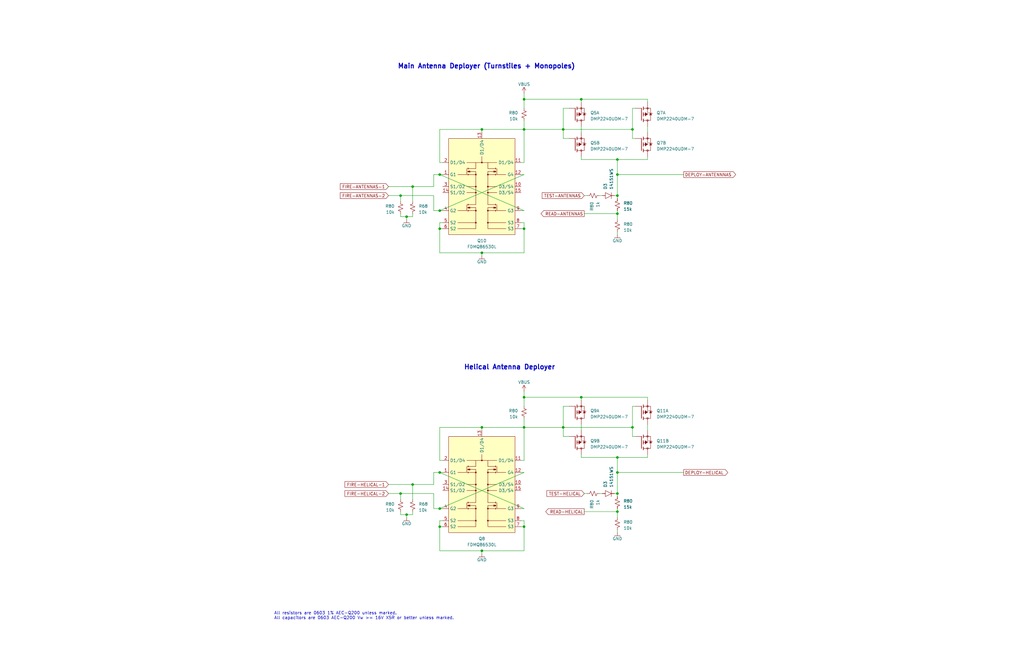
<source format=kicad_sch>
(kicad_sch (version 20230121) (generator eeschema)
  (paper "B")
  (title_block (title "OreSat C3: Deployers") (date "2023-05-29") (rev "6.0"))
  (lib_symbols
    (symbol "Device:R_Small_US" (pin_numbers hide) (pin_names (offset 0.254) hide)
      (property "Reference" "R" (at 0.762 0.508 0))
      (property "Value" "R_Small_US" (at 0.762 -1.016 0))
      (symbol "R_Small_US_1_1"
        (polyline (pts (xy 0 0) (xy 1.016 -0.381) (xy 0 -0.762) (xy -1.016 -1.143) (xy 0 -1.524)))
        (polyline (pts (xy 0 1.524) (xy 1.016 1.143) (xy 0 0.762) (xy -1.016 0.381) (xy 0 0)))
        (pin passive line (at 0 2.54 270) (length 1.016) (name "~") (number "1"))
        (pin passive line (at 0 -2.54 90) (length 1.016) (name "~") (number "2"))
      )
    )
    (symbol "OreSat-Power:GND" (power) (pin_names (offset 0))
      (property "Value" "GND" (at 0 -2.54 0))
      (symbol "GND_0_1"
        (polyline (pts (xy 0 0) (xy 0 -1.27) (xy 1.27 -1.27) (xy 0 -1.27) (xy -1.27 -1.27) (xy 0 -1.27)))
      )
      (symbol "GND_1_1"
        (pin power_in line (at 0 0 270) (length 0) hide (name "GND") (number "1"))
      )
    )
    (symbol "oresat-diodes:1N4151WS-HE3" (pin_numbers hide) (pin_names (offset 0) hide)
      (property "Reference" "D" (at 0 2.54 0))
      (property "Value" "1N4151WS" (at 0 -2.54 0))
      (symbol "1N4151WS-HE3_0_1"
        (polyline (pts (xy 1.27 0) (xy 1.27 1.27) (xy 1.27 -1.27) (xy 1.27 0) (xy -1.27 1.27) (xy -1.27 -1.27) (xy 1.27 0)))
      )
      (symbol "1N4151WS-HE3_1_1"
        (pin passive line (at 2.54 0 180) (length 1.27) (name "1") (number ""))
        (pin passive line (at -2.54 0 0) (length 1.27) (name "2") (number ""))
      )
    )
    (symbol "oresat-transistors:DMP2240UDM-7"
      (property "Reference" "Q" (at 5.08 -2.54 0))
      (property "Value" "DMP2240UDM-7" (at 5.08 -6.35 0))
      (symbol "DMP2240UDM-7_1_0"
        (polyline (pts (xy 0 -2.54) (xy 0 2.54)) (stroke (width 0.254)))
        (polyline (pts (xy 0.762 -3.175) (xy 0.762 -2.54)) (stroke (width 0.254)))
        (polyline (pts (xy 0.762 -2.54) (xy 0.762 -1.905)) (stroke (width 0.254)))
        (polyline (pts (xy 0.762 -2.54) (xy 3.81 -2.54)) (stroke (width 0.1524)))
        (polyline (pts (xy 0.762 -0.762) (xy 0.762 0)) (stroke (width 0.254)))
        (polyline (pts (xy 0.762 0) (xy 0.762 0.762)) (stroke (width 0.254)))
        (polyline (pts (xy 0.762 0) (xy 2.54 0)) (stroke (width 0.1524)))
        (polyline (pts (xy 0.762 1.905) (xy 0.762 2.54)) (stroke (width 0.254)))
        (polyline (pts (xy 0.762 2.54) (xy 0.762 3.175)) (stroke (width 0.254)))
        (polyline (pts (xy 2.54 0) (xy 2.54 2.54)) (stroke (width 0.1524)))
        (polyline (pts (xy 2.54 2.54) (xy 0.762 2.54)) (stroke (width 0.1524)))
        (polyline (pts (xy 2.54 2.54) (xy 3.81 2.54)) (stroke (width 0.1524)))
        (polyline (pts (xy 3.048 0.762) (xy 3.302 0.508)) (stroke (width 0.1524)))
        (polyline (pts (xy 3.302 0.508) (xy 3.81 0.508)) (stroke (width 0.1524)))
        (polyline (pts (xy 3.81 -2.54) (xy 3.81 0.508)) (stroke (width 0.1524)))
        (polyline (pts (xy 3.81 0.508) (xy 3.81 2.54)) (stroke (width 0.1524)))
        (polyline (pts (xy 3.81 0.508) (xy 4.318 0.508)) (stroke (width 0.1524)))
        (polyline (pts (xy 4.318 0.508) (xy 4.572 0.254)) (stroke (width 0.1524)))
        (polyline (pts (xy 2.54 0) (xy 1.524 0.762) (xy 1.524 -0.762)) (fill (type outline)))
        (polyline (pts (xy 3.81 0.508) (xy 4.318 -0.254) (xy 3.302 -0.254)) (fill (type outline)))
        (circle (center 2.54 -2.54) (radius 0.3592))
        (circle (center 2.54 2.54) (radius 0.3592))
        (pin passive line (at -2.54 2.54 0) (length 2.54) (name "G") (number "1"))
        (pin passive line (at 2.54 5.08 270) (length 2.54) (name "S") (number "5"))
        (pin passive line (at 2.54 -5.08 90) (length 2.54) (name "D") (number "6"))
      )
      (symbol "DMP2240UDM-7_2_0"
        (polyline (pts (xy 0 -2.54) (xy 0 2.54)) (stroke (width 0.254)))
        (polyline (pts (xy 0.762 -3.175) (xy 0.762 -2.54)) (stroke (width 0.254)))
        (polyline (pts (xy 0.762 -2.54) (xy 0.762 -1.905)) (stroke (width 0.254)))
        (polyline (pts (xy 0.762 -2.54) (xy 3.81 -2.54)) (stroke (width 0.1524)))
        (polyline (pts (xy 0.762 -0.762) (xy 0.762 0)) (stroke (width 0.254)))
        (polyline (pts (xy 0.762 0) (xy 0.762 0.762)) (stroke (width 0.254)))
        (polyline (pts (xy 0.762 0) (xy 2.54 0)) (stroke (width 0.1524)))
        (polyline (pts (xy 0.762 1.905) (xy 0.762 2.54)) (stroke (width 0.254)))
        (polyline (pts (xy 0.762 2.54) (xy 0.762 3.175)) (stroke (width 0.254)))
        (polyline (pts (xy 2.54 0) (xy 2.54 2.54)) (stroke (width 0.1524)))
        (polyline (pts (xy 2.54 2.54) (xy 0.762 2.54)) (stroke (width 0.1524)))
        (polyline (pts (xy 2.54 2.54) (xy 3.81 2.54)) (stroke (width 0.1524)))
        (polyline (pts (xy 3.048 0.762) (xy 3.302 0.508)) (stroke (width 0.1524)))
        (polyline (pts (xy 3.302 0.508) (xy 3.81 0.508)) (stroke (width 0.1524)))
        (polyline (pts (xy 3.81 -2.54) (xy 3.81 0.508)) (stroke (width 0.1524)))
        (polyline (pts (xy 3.81 0.508) (xy 3.81 2.54)) (stroke (width 0.1524)))
        (polyline (pts (xy 3.81 0.508) (xy 4.318 0.508)) (stroke (width 0.1524)))
        (polyline (pts (xy 4.318 0.508) (xy 4.572 0.254)) (stroke (width 0.1524)))
        (polyline (pts (xy 2.54 0) (xy 1.524 0.762) (xy 1.524 -0.762)) (fill (type outline)))
        (polyline (pts (xy 3.81 0.508) (xy 4.318 -0.254) (xy 3.302 -0.254)) (fill (type outline)))
        (circle (center 2.54 -2.54) (radius 0.3592))
        (circle (center 2.54 2.54) (radius 0.3592))
        (pin passive line (at 2.54 5.08 270) (length 2.54) (name "S") (number "2"))
        (pin passive line (at -2.54 2.54 0) (length 2.54) (name "G") (number "3"))
        (pin passive line (at 2.54 -5.08 90) (length 2.54) (name "D") (number "4"))
      )
    )
    (symbol "oresat-transistors:FDMQ86530L"
      (property "Reference" "Q" (at 0 -21.59 0))
      (property "Value" "FDMQ86530L" (at 0 -24.13 0))
      (symbol "FDMQ86530L_1_0"
        (circle (center -2.54 -15.24) (radius 0.254) (fill (type outline)))
        (circle (center -2.54 -10.16) (radius 0.254) (fill (type outline)))
        (circle (center -2.54 -2.54) (radius 0.254) (fill (type outline)))
        (circle (center -2.54 0) (radius 0.254) (fill (type outline)))
        (circle (center -2.54 5.08) (radius 0.254) (fill (type outline)))
        (polyline (pts (xy -6.35 -10.16) (xy -10.16 -10.16)))
        (polyline (pts (xy -6.35 -10.16) (xy -6.35 -7.62)))
        (polyline (pts (xy -6.35 5.08) (xy -10.16 5.08)))
        (polyline (pts (xy -6.35 5.08) (xy -6.35 7.62)))
        (polyline (pts (xy -5.842 -10.414) (xy -5.842 -10.16)) (stroke (width 0.254)))
        (polyline (pts (xy -5.842 -10.16) (xy -5.842 -9.906)) (stroke (width 0.254)))
        (polyline (pts (xy -5.842 -8.89) (xy -5.842 -9.144)) (stroke (width 0.254)))
        (polyline (pts (xy -5.842 -8.89) (xy -5.842 -8.636)) (stroke (width 0.254)))
        (polyline (pts (xy -5.842 -8.89) (xy -5.08 -8.636)) (stroke (width 0.254)))
        (polyline (pts (xy -5.842 -8.89) (xy -2.54 -8.89)))
        (polyline (pts (xy -5.842 -7.874) (xy -5.842 -7.62)) (stroke (width 0.254)))
        (polyline (pts (xy -5.842 -7.62) (xy -5.842 -7.366)) (stroke (width 0.254)))
        (polyline (pts (xy -5.842 -7.62) (xy -2.54 -7.62)))
        (polyline (pts (xy -5.842 4.826) (xy -5.842 5.08)) (stroke (width 0.254)))
        (polyline (pts (xy -5.842 5.08) (xy -5.842 5.334)) (stroke (width 0.254)))
        (polyline (pts (xy -5.842 6.35) (xy -5.842 6.096)) (stroke (width 0.254)))
        (polyline (pts (xy -5.842 6.35) (xy -5.842 6.604)) (stroke (width 0.254)))
        (polyline (pts (xy -5.842 6.35) (xy -5.08 6.604)) (stroke (width 0.254)))
        (polyline (pts (xy -5.842 6.35) (xy -2.54 6.35)))
        (polyline (pts (xy -5.842 7.366) (xy -5.842 7.62)) (stroke (width 0.254)))
        (polyline (pts (xy -5.842 7.62) (xy -5.842 7.874)) (stroke (width 0.254)))
        (polyline (pts (xy -5.842 7.62) (xy -2.54 7.62)))
        (polyline (pts (xy -5.08 -9.144) (xy -5.842 -8.89)) (stroke (width 0.254)))
        (polyline (pts (xy -5.08 -8.636) (xy -5.08 -9.144)) (stroke (width 0.254)))
        (polyline (pts (xy -5.08 6.096) (xy -5.842 6.35)) (stroke (width 0.254)))
        (polyline (pts (xy -5.08 6.604) (xy -5.08 6.096)) (stroke (width 0.254)))
        (polyline (pts (xy -2.54 -10.16) (xy -5.842 -10.16)))
        (polyline (pts (xy -2.54 -10.16) (xy -2.54 -15.24)))
        (polyline (pts (xy -2.54 -8.89) (xy -2.54 -10.16)))
        (polyline (pts (xy -2.54 -3.81) (xy -2.54 -7.62)))
        (polyline (pts (xy -2.54 5.08) (xy -5.842 5.08)))
        (polyline (pts (xy -2.54 5.08) (xy -2.54 0)))
        (polyline (pts (xy -2.54 6.35) (xy -2.54 5.08)))
        (polyline (pts (xy -2.54 8.89) (xy -2.54 7.62)))
        (polyline (pts (xy 2.54 -10.16) (xy 2.54 -15.24)))
        (polyline (pts (xy 2.54 -10.16) (xy 5.842 -10.16)))
        (polyline (pts (xy 2.54 -8.89) (xy 2.54 -10.16)))
        (polyline (pts (xy 2.54 -3.81) (xy 2.54 -7.62)))
        (polyline (pts (xy 2.54 5.08) (xy 2.54 0)))
        (polyline (pts (xy 2.54 5.08) (xy 5.842 5.08)))
        (polyline (pts (xy 2.54 6.35) (xy 2.54 5.08)))
        (polyline (pts (xy 2.54 8.89) (xy 2.54 7.62)))
        (polyline (pts (xy 5.08 -9.144) (xy 5.842 -8.89)) (stroke (width 0.254)))
        (polyline (pts (xy 5.08 -8.636) (xy 5.08 -9.144)) (stroke (width 0.254)))
        (polyline (pts (xy 5.08 6.096) (xy 5.842 6.35)) (stroke (width 0.254)))
        (polyline (pts (xy 5.08 6.604) (xy 5.08 6.096)) (stroke (width 0.254)))
        (polyline (pts (xy 5.842 -10.414) (xy 5.842 -10.16)) (stroke (width 0.254)))
        (polyline (pts (xy 5.842 -10.16) (xy 5.842 -9.906)) (stroke (width 0.254)))
        (polyline (pts (xy 5.842 -8.89) (xy 2.54 -8.89)))
        (polyline (pts (xy 5.842 -8.89) (xy 5.08 -8.636)) (stroke (width 0.254)))
        (polyline (pts (xy 5.842 -8.89) (xy 5.842 -9.144)) (stroke (width 0.254)))
        (polyline (pts (xy 5.842 -8.89) (xy 5.842 -8.636)) (stroke (width 0.254)))
        (polyline (pts (xy 5.842 -7.874) (xy 5.842 -7.62)) (stroke (width 0.254)))
        (polyline (pts (xy 5.842 -7.62) (xy 2.54 -7.62)))
        (polyline (pts (xy 5.842 -7.62) (xy 5.842 -7.366)) (stroke (width 0.254)))
        (polyline (pts (xy 5.842 4.826) (xy 5.842 5.08)) (stroke (width 0.254)))
        (polyline (pts (xy 5.842 5.08) (xy 5.842 5.334)) (stroke (width 0.254)))
        (polyline (pts (xy 5.842 6.35) (xy 2.54 6.35)))
        (polyline (pts (xy 5.842 6.35) (xy 5.08 6.604)) (stroke (width 0.254)))
        (polyline (pts (xy 5.842 6.35) (xy 5.842 6.096)) (stroke (width 0.254)))
        (polyline (pts (xy 5.842 6.35) (xy 5.842 6.604)) (stroke (width 0.254)))
        (polyline (pts (xy 5.842 7.366) (xy 5.842 7.62)) (stroke (width 0.254)))
        (polyline (pts (xy 5.842 7.62) (xy 2.54 7.62)))
        (polyline (pts (xy 5.842 7.62) (xy 5.842 7.874)) (stroke (width 0.254)))
        (polyline (pts (xy 6.35 -10.16) (xy 6.35 -7.62)))
        (polyline (pts (xy 6.35 5.08) (xy 6.35 7.62)))
        (polyline (pts (xy 10.16 -10.16) (xy 6.35 -10.16)))
        (polyline (pts (xy 10.16 5.08) (xy 6.35 5.08)))
        (circle (center 0 10.16) (radius 0.254) (fill (type outline)))
        (circle (center 2.54 -15.24) (radius 0.254) (fill (type outline)))
        (circle (center 2.54 -10.16) (radius 0.254) (fill (type outline)))
        (circle (center 2.54 -2.54) (radius 0.254) (fill (type outline)))
        (circle (center 2.54 0) (radius 0.254) (fill (type outline)))
        (circle (center 2.54 5.08) (radius 0.254) (fill (type outline)))
        (pin passive line (at -16.51 5.08 0) (length 2.54) (name "G1") (number "1"))
        (pin passive line (at 16.51 0 180) (length 2.54) (name "D3/S4") (number "10"))
        (pin passive line (at 16.51 10.16 180) (length 2.54) (name "D1/D4") (number "11"))
        (pin passive line (at 16.51 5.08 180) (length 2.54) (name "G4") (number "12"))
        (pin passive line (at 0 22.86 270) (length 2.54) (name "D1/D4") (number "13"))
        (pin passive line (at -16.51 -2.54 0) (length 2.54) (name "S1/D2") (number "14"))
        (pin passive line (at 16.51 -2.54 180) (length 2.54) (name "D3/S4") (number "15"))
        (pin passive line (at -16.51 10.16 0) (length 2.54) (name "D1/D4") (number "2"))
        (pin passive line (at -16.51 0 0) (length 2.54) (name "S1/D2") (number "3"))
        (pin passive line (at -16.51 -10.16 0) (length 2.54) (name "G2") (number "4"))
        (pin passive line (at -16.51 -15.24 0) (length 2.54) (name "S2") (number "5"))
        (pin passive line (at -16.51 -17.78 0) (length 2.54) (name "S2") (number "6"))
        (pin passive line (at 16.51 -17.78 180) (length 2.54) (name "S3") (number "7"))
        (pin passive line (at 16.51 -15.24 180) (length 2.54) (name "S3") (number "8"))
        (pin passive line (at 16.51 -10.16 180) (length 2.54) (name "G3") (number "9"))
      )
      (symbol "FDMQ86530L_1_1"
        (rectangle (start -13.97 20.32) (end 13.97 -20.32) (fill (type background)))
        (polyline (pts (xy -10.16 -17.78) (xy -2.54 -17.78) (xy -2.54 -17.78)))
        (polyline (pts (xy -10.16 -15.24) (xy -2.54 -15.24) (xy -2.54 -17.78)))
        (polyline (pts (xy -6.35 -2.54) (xy -2.54 -2.54) (xy -2.54 -3.81)))
        (polyline (pts (xy -6.35 0) (xy -2.54 0) (xy -2.54 -2.54)))
        (polyline (pts (xy -6.35 10.16) (xy -2.54 10.16) (xy -2.54 8.89)))
        (polyline (pts (xy -2.54 10.16) (xy 2.54 10.16) (xy 1.27 10.16)))
        (polyline (pts (xy 0 10.16) (xy 0 12.7) (xy 0 10.16)))
        (polyline (pts (xy 6.35 -2.54) (xy 2.54 -2.54) (xy 2.54 -3.81)))
        (polyline (pts (xy 6.35 0) (xy 2.54 0) (xy 2.54 -2.54)))
        (polyline (pts (xy 6.35 10.16) (xy 2.54 10.16) (xy 2.54 8.89)))
        (polyline (pts (xy 10.16 -17.78) (xy 2.54 -17.78) (xy 2.54 -15.24)))
        (polyline (pts (xy 10.16 -15.24) (xy 2.54 -15.24) (xy 2.54 -15.24)))
      )
    )
    (symbol "power:VBUS" (power) (pin_names (offset 0))
      (property "Value" "VBUS" (at 0 3.81 0))
      (symbol "VBUS_0_1"
        (polyline (pts (xy -0.762 1.27) (xy 0 2.54)))
        (polyline (pts (xy 0 0) (xy 0 2.54)))
        (polyline (pts (xy 0 2.54) (xy 0.762 1.27)))
      )
      (symbol "VBUS_1_1"
        (pin power_in line (at 0 0 90) (length 0) hide (name "VBUS") (number "1"))
      )
    )
  )
  (junction (at 168.91 208.28))
  (junction (at 173.99 78.74))
  (junction (at 168.91 82.55))
  (junction (at 185.42 96.52))
  (junction (at 220.98 167.64))
  (junction (at 203.2 180.34))
  (junction (at 171.45 217.17))
  (junction (at 220.98 41.91))
  (junction (at 173.99 204.47))
  (junction (at 220.98 180.34))
  (junction (at 203.2 106.68))
  (junction (at 260.35 82.55))
  (junction (at 237.49 180.34))
  (junction (at 203.2 232.41))
  (junction (at 185.42 73.66))
  (junction (at 245.11 41.91))
  (junction (at 171.45 91.44))
  (junction (at 260.35 73.66))
  (junction (at 220.98 54.61))
  (junction (at 260.35 215.9))
  (junction (at 260.35 193.04))
  (junction (at 185.42 88.9))
  (junction (at 260.35 199.39))
  (junction (at 245.11 167.64))
  (junction (at 220.98 96.52))
  (junction (at 185.42 199.39))
  (junction (at 260.35 208.28))
  (junction (at 185.42 222.25))
  (junction (at 220.98 222.25))
  (junction (at 185.42 214.63))
  (junction (at 266.7 180.34))
  (junction (at 237.49 54.61))
  (junction (at 266.7 54.61))
  (junction (at 260.35 67.31))
  (junction (at 203.2 54.61))
  (junction (at 260.35 90.17))
  (wire (pts (xy 182.88 78.74) (xy 182.88 73.66)))
  (wire (pts (xy 246.38 215.9) (xy 260.35 215.9)))
  (wire (pts (xy 203.2 55.88) (xy 203.2 54.61)))
  (wire (pts (xy 182.88 199.39) (xy 185.42 199.39)))
  (wire (pts (xy 273.05 67.31) (xy 260.35 67.31)))
  (wire (pts (xy 220.98 106.68) (xy 203.2 106.68)))
  (wire (pts (xy 273.05 53.34) (xy 273.05 55.88)))
  (wire (pts (xy 220.98 199.39) (xy 219.71 199.39)))
  (wire (pts (xy 203.2 233.68) (xy 203.2 232.41)))
  (wire (pts (xy 220.98 41.91) (xy 220.98 45.72)))
  (wire (pts (xy 237.49 54.61) (xy 266.7 54.61)))
  (wire (pts (xy 182.88 208.28) (xy 182.88 214.63)))
  (wire (pts (xy 237.49 171.45) (xy 240.03 171.45)))
  (wire (pts (xy 186.69 219.71) (xy 185.42 219.71)))
  (wire (pts (xy 171.45 91.44) (xy 173.99 91.44)))
  (wire (pts (xy 220.98 73.66) (xy 219.71 73.66)))
  (wire (pts (xy 259.08 208.28) (xy 260.35 208.28)))
  (wire (pts (xy 185.42 54.61) (xy 203.2 54.61)))
  (wire (pts (xy 260.35 214.63) (xy 260.35 215.9)))
  (wire (pts (xy 273.05 167.64) (xy 273.05 168.91)))
  (wire (pts (xy 220.98 214.63) (xy 219.71 214.63)))
  (wire (pts (xy 168.91 217.17) (xy 171.45 217.17)))
  (wire (pts (xy 203.2 180.34) (xy 220.98 180.34)))
  (wire (pts (xy 173.99 91.44) (xy 173.99 90.17)))
  (wire (pts (xy 185.42 96.52) (xy 186.69 96.52)))
  (wire (pts (xy 246.38 208.28) (xy 247.65 208.28)))
  (wire (pts (xy 266.7 171.45) (xy 267.97 171.45)))
  (wire (pts (xy 203.2 54.61) (xy 220.98 54.61)))
  (wire (pts (xy 173.99 204.47) (xy 182.88 204.47)))
  (wire (pts (xy 245.11 67.31) (xy 245.11 66.04)))
  (wire (pts (xy 266.7 58.42) (xy 267.97 58.42)))
  (wire (pts (xy 168.91 82.55) (xy 182.88 82.55)))
  (wire (pts (xy 185.42 194.31) (xy 185.42 180.34)))
  (wire (pts (xy 182.88 73.66) (xy 185.42 73.66)))
  (wire (pts (xy 252.73 208.28) (xy 254 208.28)))
  (wire (pts (xy 220.98 222.25) (xy 220.98 232.41)))
  (wire (pts (xy 219.71 219.71) (xy 220.98 219.71)))
  (wire (pts (xy 237.49 54.61) (xy 237.49 45.72)))
  (wire (pts (xy 220.98 222.25) (xy 219.71 222.25)))
  (wire (pts (xy 260.35 82.55) (xy 260.35 73.66)))
  (wire (pts (xy 163.83 82.55) (xy 168.91 82.55)))
  (wire (pts (xy 185.42 199.39) (xy 186.69 199.39)))
  (wire (pts (xy 168.91 91.44) (xy 171.45 91.44)))
  (wire (pts (xy 203.2 106.68) (xy 185.42 106.68)))
  (wire (pts (xy 185.42 88.9) (xy 220.98 73.66)))
  (wire (pts (xy 173.99 78.74) (xy 173.99 85.09)))
  (wire (pts (xy 171.45 92.71) (xy 171.45 91.44)))
  (wire (pts (xy 203.2 107.95) (xy 203.2 106.68)))
  (wire (pts (xy 220.98 41.91) (xy 245.11 41.91)))
  (wire (pts (xy 185.42 180.34) (xy 203.2 180.34)))
  (wire (pts (xy 220.98 232.41) (xy 203.2 232.41)))
  (wire (pts (xy 273.05 191.77) (xy 273.05 193.04)))
  (wire (pts (xy 185.42 214.63) (xy 220.98 199.39)))
  (wire (pts (xy 237.49 180.34) (xy 237.49 184.15)))
  (wire (pts (xy 203.2 181.61) (xy 203.2 180.34)))
  (wire (pts (xy 266.7 54.61) (xy 266.7 45.72)))
  (wire (pts (xy 220.98 93.98) (xy 220.98 96.52)))
  (wire (pts (xy 185.42 232.41) (xy 185.42 222.25)))
  (wire (pts (xy 260.35 99.06) (xy 260.35 97.79)))
  (wire (pts (xy 185.42 219.71) (xy 185.42 222.25)))
  (wire (pts (xy 173.99 78.74) (xy 182.88 78.74)))
  (wire (pts (xy 245.11 41.91) (xy 273.05 41.91)))
  (wire (pts (xy 171.45 218.44) (xy 171.45 217.17)))
  (wire (pts (xy 266.7 180.34) (xy 266.7 171.45)))
  (wire (pts (xy 220.98 54.61) (xy 220.98 68.58)))
  (wire (pts (xy 185.42 73.66) (xy 220.98 88.9)))
  (wire (pts (xy 182.88 82.55) (xy 182.88 88.9)))
  (wire (pts (xy 245.11 41.91) (xy 245.11 43.18)))
  (wire (pts (xy 171.45 217.17) (xy 173.99 217.17)))
  (wire (pts (xy 220.98 219.71) (xy 220.98 222.25)))
  (wire (pts (xy 245.11 193.04) (xy 245.11 191.77)))
  (wire (pts (xy 220.98 180.34) (xy 220.98 194.31)))
  (wire (pts (xy 260.35 224.79) (xy 260.35 223.52)))
  (wire (pts (xy 237.49 45.72) (xy 240.03 45.72)))
  (wire (pts (xy 237.49 180.34) (xy 266.7 180.34)))
  (wire (pts (xy 266.7 184.15) (xy 267.97 184.15)))
  (wire (pts (xy 185.42 199.39) (xy 220.98 214.63)))
  (wire (pts (xy 220.98 88.9) (xy 219.71 88.9)))
  (wire (pts (xy 168.91 90.17) (xy 168.91 91.44)))
  (wire (pts (xy 245.11 167.64) (xy 245.11 168.91)))
  (wire (pts (xy 288.29 73.66) (xy 260.35 73.66)))
  (wire (pts (xy 220.98 167.64) (xy 245.11 167.64)))
  (wire (pts (xy 246.38 82.55) (xy 247.65 82.55)))
  (wire (pts (xy 168.91 215.9) (xy 168.91 217.17)))
  (wire (pts (xy 185.42 214.63) (xy 186.69 214.63)))
  (wire (pts (xy 220.98 68.58) (xy 219.71 68.58)))
  (wire (pts (xy 185.42 222.25) (xy 186.69 222.25)))
  (wire (pts (xy 220.98 176.53) (xy 220.98 180.34)))
  (wire (pts (xy 182.88 214.63) (xy 185.42 214.63)))
  (wire (pts (xy 273.05 41.91) (xy 273.05 43.18)))
  (wire (pts (xy 220.98 165.1) (xy 220.98 167.64)))
  (wire (pts (xy 260.35 90.17) (xy 260.35 92.71)))
  (wire (pts (xy 260.35 88.9) (xy 260.35 90.17)))
  (wire (pts (xy 168.91 82.55) (xy 168.91 85.09)))
  (wire (pts (xy 220.98 167.64) (xy 220.98 171.45)))
  (wire (pts (xy 163.83 78.74) (xy 173.99 78.74)))
  (wire (pts (xy 259.08 82.55) (xy 260.35 82.55)))
  (wire (pts (xy 220.98 96.52) (xy 220.98 106.68)))
  (wire (pts (xy 182.88 204.47) (xy 182.88 199.39)))
  (wire (pts (xy 219.71 93.98) (xy 220.98 93.98)))
  (wire (pts (xy 260.35 208.28) (xy 260.35 209.55)))
  (wire (pts (xy 245.11 179.07) (xy 245.11 181.61)))
  (wire (pts (xy 260.35 208.28) (xy 260.35 199.39)))
  (wire (pts (xy 168.91 208.28) (xy 168.91 210.82)))
  (wire (pts (xy 220.98 180.34) (xy 237.49 180.34)))
  (wire (pts (xy 237.49 58.42) (xy 240.03 58.42)))
  (wire (pts (xy 237.49 184.15) (xy 240.03 184.15)))
  (wire (pts (xy 237.49 180.34) (xy 237.49 171.45)))
  (wire (pts (xy 273.05 66.04) (xy 273.05 67.31)))
  (wire (pts (xy 185.42 106.68) (xy 185.42 96.52)))
  (wire (pts (xy 203.2 232.41) (xy 185.42 232.41)))
  (wire (pts (xy 185.42 68.58) (xy 185.42 54.61)))
  (wire (pts (xy 163.83 204.47) (xy 173.99 204.47)))
  (wire (pts (xy 186.69 93.98) (xy 185.42 93.98)))
  (wire (pts (xy 220.98 194.31) (xy 219.71 194.31)))
  (wire (pts (xy 173.99 217.17) (xy 173.99 215.9)))
  (wire (pts (xy 266.7 45.72) (xy 267.97 45.72)))
  (wire (pts (xy 266.7 180.34) (xy 266.7 184.15)))
  (wire (pts (xy 220.98 54.61) (xy 237.49 54.61)))
  (wire (pts (xy 163.83 208.28) (xy 168.91 208.28)))
  (wire (pts (xy 168.91 208.28) (xy 182.88 208.28)))
  (wire (pts (xy 252.73 82.55) (xy 254 82.55)))
  (wire (pts (xy 220.98 50.8) (xy 220.98 54.61)))
  (wire (pts (xy 173.99 204.47) (xy 173.99 210.82)))
  (wire (pts (xy 266.7 54.61) (xy 266.7 58.42)))
  (wire (pts (xy 260.35 67.31) (xy 245.11 67.31)))
  (wire (pts (xy 185.42 93.98) (xy 185.42 96.52)))
  (wire (pts (xy 182.88 88.9) (xy 185.42 88.9)))
  (wire (pts (xy 245.11 167.64) (xy 273.05 167.64)))
  (wire (pts (xy 260.35 193.04) (xy 245.11 193.04)))
  (wire (pts (xy 273.05 193.04) (xy 260.35 193.04)))
  (wire (pts (xy 186.69 68.58) (xy 185.42 68.58)))
  (wire (pts (xy 260.35 73.66) (xy 260.35 67.31)))
  (wire (pts (xy 246.38 90.17) (xy 260.35 90.17)))
  (wire (pts (xy 220.98 96.52) (xy 219.71 96.52)))
  (wire (pts (xy 260.35 82.55) (xy 260.35 83.82)))
  (wire (pts (xy 273.05 179.07) (xy 273.05 181.61)))
  (wire (pts (xy 186.69 194.31) (xy 185.42 194.31)))
  (wire (pts (xy 185.42 73.66) (xy 186.69 73.66)))
  (wire (pts (xy 245.11 53.34) (xy 245.11 55.88)))
  (wire (pts (xy 185.42 88.9) (xy 186.69 88.9)))
  (wire (pts (xy 260.35 215.9) (xy 260.35 218.44)))
  (wire (pts (xy 220.98 39.37) (xy 220.98 41.91)))
  (wire (pts (xy 237.49 54.61) (xy 237.49 58.42)))
  (wire (pts (xy 288.29 199.39) (xy 260.35 199.39)))
  (wire (pts (xy 260.35 199.39) (xy 260.35 193.04)))
  (text "All resistors are 0603 1% AEC-Q200 unless marked.\nAll capacitors are 0603 AEC-Q200 Vw >= 16V X5R or better unless marked." (at 115.57 261.62 0) (effects (font (size 1.27 1.27)) (justify left bottom)))
  (text "Helical Antenna Deployer" (at 195.58 156.21 0) (effects (font (size 2 2) (thickness 0.4) bold) (justify left bottom)))
  (text "Main Antenna Deployer (Turnstiles + Monopoles)" (at 167.64 29.21 0) (effects (font (size 2 2) (thickness 0.4) bold) (justify left bottom)))
  (global_label "FIRE-HELICAL-2" (shape input) (at 163.83 208.28 180) (property "Intersheetrefs" "${INTERSHEET_REFS}" (at 144.9584 208.28 0) (effects (justify right))))
  (global_label "READ-HELICAL" (shape output) (at 246.38 215.9 180) (property "Intersheetrefs" "${INTERSHEET_REFS}" (at 229.6251 215.9 0) (effects (justify right))))
  (global_label "DEPLOY-ANTENNNAS" (shape output) (at 288.29 73.66 0) (property "Intersheetrefs" "${INTERSHEET_REFS}" (at 310.7297 73.66 0) (effects (justify left))))
  (global_label "FIRE-ANTENNAS-2" (shape input) (at 163.83 82.55 180) (property "Intersheetrefs" "${INTERSHEET_REFS}" (at 142.9627 82.55 0) (effects (justify right))))
  (global_label "READ-ANTENNAS" (shape output) (at 246.38 90.17 180) (property "Intersheetrefs" "${INTERSHEET_REFS}" (at 227.6294 90.17 0) (effects (justify right))))
  (global_label "FIRE-ANTENNAS-1" (shape input) (at 163.83 78.74 180) (property "Intersheetrefs" "${INTERSHEET_REFS}" (at 142.9627 78.74 0) (effects (justify right))))
  (global_label "TEST-HELICAL" (shape input) (at 246.38 208.28 180) (property "Intersheetrefs" "${INTERSHEET_REFS}" (at 230.109 208.28 0) (effects (justify right))))
  (global_label "DEPLOY-HELICAL" (shape output) (at 288.29 199.39 0) (property "Intersheetrefs" "${INTERSHEET_REFS}" (at 307.4035 199.39 0) (effects (justify left))))
  (global_label "TEST-ANTENNAS" (shape input) (at 246.38 82.55 180) (property "Intersheetrefs" "${INTERSHEET_REFS}" (at 228.1133 82.55 0) (effects (justify right))))
  (global_label "FIRE-HELICAL-1" (shape input) (at 163.83 204.47 180) (property "Intersheetrefs" "${INTERSHEET_REFS}" (at 144.9584 204.47 0) (effects (justify right))))
  (symbol (lib_id "oresat-transistors:DMP2240UDM-7") (at 270.51 173.99 0) (unit 1)
    (property "Reference" "Q11" (at 276.86 173.355 0) (effects (justify left)))
    (property "Value" "DMP2240UDM-7" (at 276.86 175.895 0) (effects (justify left)))
    (property "Footprint" "oresat-footprints:SOT23-6" (effects hide))
    (property "Datasheet" "https://www.diodes.com/assets/Datasheets/ds31197.pdf" (effects hide))
  )
  (symbol (lib_id "oresat-transistors:DMP2240UDM-7") (at 242.57 186.69 0) (unit 2)
    (property "Reference" "Q9" (at 248.92 186.055 0) (effects (justify left)))
    (property "Value" "DMP2240UDM-7" (at 248.92 188.595 0) (effects (justify left)))
    (property "Footprint" "oresat-footprints:SOT23-6" (effects hide))
    (property "Datasheet" "https://www.diodes.com/assets/Datasheets/ds31197.pdf" (effects hide))
  )
  (symbol (lib_id "OreSat-Power:GND") (at 171.45 92.71 0) (unit 1)
    (property "Reference" "#GND0163" (effects hide))
    (property "Value" "GND" (at 171.45 95.25 0))
    (instances (project "oresat-c3" (path "" (reference "#GND0163") (unit 1)) (path "" (reference "#GND01") (unit 1)) (path "" (reference "#GND045") (unit 1)) (path "" (reference "#GND046") (unit 1))))
  )
  (symbol (lib_id "oresat-diodes:1N4151WS-HE3") (at 256.54 208.28 0) (unit 1)
    (property "Reference" "D3" (at 255.27 205.74 90) (effects (justify left)))
    (property "Value" "14151WS" (at 257.81 205.74 90) (effects (justify left)))
    (property "Footprint" "Diode_SMD:D_SOD-323" (effects hide))
    (property "Datasheet" "https://www.vishay.com/docs/85847/1n4151ws.pdf" (effects hide))
    (instances (project "oresat-c3" (path "" (reference "D3") (unit 1)) (path "" (reference "D10") (unit 1)) (path "" (reference "D14") (unit 1))))
  )
  (symbol (lib_id "oresat-transistors:DMP2240UDM-7") (at 270.51 60.96 0) (unit 2)
    (property "Reference" "Q7" (at 276.86 60.325 0) (effects (justify left)))
    (property "Value" "DMP2240UDM-7" (at 276.86 62.865 0) (effects (justify left)))
    (property "Footprint" "oresat-footprints:SOT23-6" (effects hide))
    (property "Datasheet" "https://www.diodes.com/assets/Datasheets/ds31197.pdf" (effects hide))
  )
  (symbol (lib_id "Device:R_Small_US") (at 220.98 173.99 0) (unit 1)
    (property "Reference" "R80" (at 218.44 173.355 0) (effects (justify right)))
    (property "Value" "10k" (at 218.44 175.895 0) (effects (justify right)))
    (instances (project "oresat-c3" (path "" (reference "R80") (unit 1)) (path "" (reference "R99") (unit 1))))
  )
  (symbol (lib_id "power:VBUS") (at 220.98 165.1 0) (unit 1)
    (property "Reference" "#PWR07" (effects hide))
    (property "Value" "VBUS" (at 220.98 161.29 0))
    (instances (project "oresat-c3" (path "" (reference "#PWR07") (unit 1)) (path "" (reference "#PWR012") (unit 1))))
  )
  (symbol (lib_id "OreSat-Power:GND") (at 171.45 218.44 0) (unit 1)
    (property "Reference" "#GND0163" (effects hide))
    (property "Value" "GND" (at 171.45 220.98 0))
    (instances (project "oresat-c3" (path "" (reference "#GND0163") (unit 1)) (path "" (reference "#GND01") (unit 1)) (path "" (reference "#GND045") (unit 1)) (path "" (reference "#GND051") (unit 1))))
  )
  (symbol (lib_id "oresat-transistors:DMP2240UDM-7") (at 242.57 60.96 0) (unit 2)
    (property "Reference" "Q5" (at 248.92 60.325 0) (effects (justify left)))
    (property "Value" "DMP2240UDM-7" (at 248.92 62.865 0) (effects (justify left)))
    (property "Footprint" "oresat-footprints:SOT23-6" (effects hide))
    (property "Datasheet" "https://www.diodes.com/assets/Datasheets/ds31197.pdf" (effects hide))
  )
  (symbol (lib_id "OreSat-Power:GND") (at 260.35 224.79 0) (unit 1)
    (property "Reference" "#GND0163" (effects hide))
    (property "Value" "GND" (at 260.35 227.33 0))
    (instances (project "oresat-c3" (path "" (reference "#GND0163") (unit 1)) (path "" (reference "#GND01") (unit 1)) (path "" (reference "#GND045") (unit 1)) (path "" (reference "#GND053") (unit 1))))
  )
  (symbol (lib_id "OreSat-Power:GND") (at 203.2 107.95 0) (unit 1)
    (property "Reference" "#GND0163" (effects hide))
    (property "Value" "GND" (at 203.2 110.49 0))
    (instances (project "oresat-c3" (path "" (reference "#GND0163") (unit 1)) (path "" (reference "#GND01") (unit 1)) (path "" (reference "#GND045") (unit 1)) (path "" (reference "#GND049") (unit 1))))
  )
  (symbol (lib_id "Device:R_Small_US") (at 250.19 208.28 90) (unit 1)
    (property "Reference" "R80" (at 249.555 210.82 0) (effects (justify right)))
    (property "Value" "1k" (at 252.095 210.82 0) (effects (justify right)))
    (instances (project "oresat-c3" (path "" (reference "R80") (unit 1)) (path "" (reference "R100") (unit 1))))
  )
  (symbol (lib_id "oresat-transistors:FDMQ86530L") (at 203.2 78.74 0) (unit 1)
    (property "Reference" "Q10" (at 203.2 101.6 0))
    (property "Value" "FDMQ86530L" (at 203.2 104.14 0))
    (property "Footprint" "oresat-c3:FDMQ8203" (effects hide))
    (property "Datasheet" "https://www.onsemi.com/pdf/datasheet/fdmq86530l-d.pdf" (effects hide))
  )
  (symbol (lib_id "oresat-transistors:DMP2240UDM-7") (at 270.51 186.69 0) (unit 2)
    (property "Reference" "Q11" (at 276.86 186.055 0) (effects (justify left)))
    (property "Value" "DMP2240UDM-7" (at 276.86 188.595 0) (effects (justify left)))
    (property "Footprint" "oresat-footprints:SOT23-6" (effects hide))
    (property "Datasheet" "https://www.diodes.com/assets/Datasheets/ds31197.pdf" (effects hide))
  )
  (symbol (lib_id "Device:R_Small_US") (at 220.98 48.26 0) (unit 1)
    (property "Reference" "R80" (at 218.44 47.625 0) (effects (justify right)))
    (property "Value" "10k" (at 218.44 50.165 0) (effects (justify right)))
    (instances (project "oresat-c3" (path "" (reference "R80") (unit 1)) (path "" (reference "R91") (unit 1))))
  )
  (symbol (lib_id "oresat-transistors:DMP2240UDM-7") (at 242.57 173.99 0) (unit 1)
    (property "Reference" "Q9" (at 248.92 173.355 0) (effects (justify left)))
    (property "Value" "DMP2240UDM-7" (at 248.92 175.895 0) (effects (justify left)))
    (property "Footprint" "oresat-footprints:SOT23-6" (effects hide))
    (property "Datasheet" "https://www.diodes.com/assets/Datasheets/ds31197.pdf" (effects hide))
  )
  (symbol (lib_id "Device:R_Small_US") (at 260.35 86.36 0) (mirror y) (unit 1)
    (property "Reference" "R80" (at 262.89 85.725 0) (effects (justify right)))
    (property "Value" "15k" (at 262.89 88.265 0) (effects (justify right)))
    (instances (project "oresat-c3" (path "" (reference "R80") (unit 1)) (path "" (reference "R94") (unit 1))))
  )
  (symbol (lib_id "oresat-transistors:DMP2240UDM-7") (at 270.51 48.26 0) (unit 1)
    (property "Reference" "Q7" (at 276.86 47.625 0) (effects (justify left)))
    (property "Value" "DMP2240UDM-7" (at 276.86 50.165 0) (effects (justify left)))
    (property "Footprint" "oresat-footprints:SOT23-6" (effects hide))
    (property "Datasheet" "https://www.diodes.com/assets/Datasheets/ds31197.pdf" (effects hide))
  )
  (symbol (lib_id "power:VBUS") (at 220.98 39.37 0) (unit 1)
    (property "Reference" "#PWR07" (effects hide))
    (property "Value" "VBUS" (at 220.98 35.56 0))
    (instances (project "oresat-c3" (path "" (reference "#PWR07") (unit 1)) (path "" (reference "#PWR011") (unit 1))))
  )
  (symbol (lib_id "Device:R_Small_US") (at 260.35 220.98 0) (mirror y) (unit 1)
    (property "Reference" "R80" (at 262.89 220.345 0) (effects (justify right)))
    (property "Value" "10k" (at 262.89 222.885 0) (effects (justify right)))
    (instances (project "oresat-c3" (path "" (reference "R80") (unit 1)) (path "" (reference "R102") (unit 1))))
  )
  (symbol (lib_id "Device:R_Small_US") (at 168.91 87.63 0) (unit 1)
    (property "Reference" "R80" (at 166.37 86.995 0) (effects (justify right)))
    (property "Value" "10k" (at 166.37 89.535 0) (effects (justify right)))
    (instances (project "oresat-c3" (path "" (reference "R80") (unit 1)) (path "" (reference "R65") (unit 1))))
  )
  (symbol (lib_id "Device:R_Small_US") (at 260.35 212.09 0) (mirror y) (unit 1)
    (property "Reference" "R80" (at 262.89 211.455 0) (effects (justify right)))
    (property "Value" "15k" (at 262.89 213.995 0) (effects (justify right)))
    (instances (project "oresat-c3" (path "" (reference "R80") (unit 1)) (path "" (reference "R101") (unit 1))))
  )
  (symbol (lib_id "oresat-diodes:1N4151WS-HE3") (at 256.54 82.55 0) (unit 1)
    (property "Reference" "D3" (at 255.27 80.01 90) (effects (justify left)))
    (property "Value" "14151WS" (at 257.81 80.01 90) (effects (justify left)))
    (property "Footprint" "Diode_SMD:D_SOD-323" (effects hide))
    (property "Datasheet" "https://www.vishay.com/docs/85847/1n4151ws.pdf" (effects hide))
    (instances (project "oresat-c3" (path "" (reference "D3") (unit 1)) (path "" (reference "D10") (unit 1)) (path "" (reference "D13") (unit 1))))
  )
  (symbol (lib_id "Device:R_Small_US") (at 173.99 213.36 0) (mirror y) (unit 1)
    (property "Reference" "R68" (at 176.53 212.725 0) (effects (justify right)))
    (property "Value" "10k" (at 176.53 215.265 0) (effects (justify right)))
    (instances (project "oresat-c3" (path "" (reference "R68") (unit 1)) (path "" (reference "R98") (unit 1))))
  )
  (symbol (lib_id "oresat-transistors:FDMQ86530L") (at 203.2 204.47 0) (unit 1)
    (property "Reference" "Q8" (at 203.2 227.33 0))
    (property "Value" "FDMQ86530L" (at 203.2 229.87 0))
    (property "Footprint" "oresat-c3:FDMQ8203" (effects hide))
    (property "Datasheet" "https://www.onsemi.com/pdf/datasheet/fdmq86530l-d.pdf" (effects hide))
  )
  (symbol (lib_id "Device:R_Small_US") (at 168.91 213.36 0) (unit 1)
    (property "Reference" "R80" (at 166.37 212.725 0) (effects (justify right)))
    (property "Value" "10k" (at 166.37 215.265 0) (effects (justify right)))
    (instances (project "oresat-c3" (path "" (reference "R80") (unit 1)) (path "" (reference "R97") (unit 1))))
  )
  (symbol (lib_id "Device:R_Small_US") (at 250.19 82.55 90) (unit 1)
    (property "Reference" "R80" (at 249.555 85.09 0) (effects (justify right)))
    (property "Value" "1k" (at 252.095 85.09 0) (effects (justify right)))
    (instances (project "oresat-c3" (path "" (reference "R80") (unit 1)) (path "" (reference "R96") (unit 1))))
  )
  (symbol (lib_id "oresat-transistors:DMP2240UDM-7") (at 242.57 48.26 0) (unit 1)
    (property "Reference" "Q5" (at 248.92 47.625 0) (effects (justify left)))
    (property "Value" "DMP2240UDM-7" (at 248.92 50.165 0) (effects (justify left)))
    (property "Footprint" "oresat-footprints:SOT23-6" (effects hide))
    (property "Datasheet" "https://www.diodes.com/assets/Datasheets/ds31197.pdf" (effects hide))
  )
  (symbol (lib_id "OreSat-Power:GND") (at 260.35 99.06 0) (unit 1)
    (property "Reference" "#GND0163" (effects hide))
    (property "Value" "GND" (at 260.35 101.6 0))
    (instances (project "oresat-c3" (path "" (reference "#GND0163") (unit 1)) (path "" (reference "#GND01") (unit 1)) (path "" (reference "#GND045") (unit 1)) (path "" (reference "#GND050") (unit 1))))
  )
  (symbol (lib_id "Device:R_Small_US") (at 260.35 95.25 0) (mirror y) (unit 1)
    (property "Reference" "R80" (at 262.89 94.615 0) (effects (justify right)))
    (property "Value" "10k" (at 262.89 97.155 0) (effects (justify right)))
    (instances (project "oresat-c3" (path "" (reference "R80") (unit 1)) (path "" (reference "R95") (unit 1))))
  )
  (symbol (lib_id "OreSat-Power:GND") (at 203.2 233.68 0) (unit 1)
    (property "Reference" "#GND0163" (effects hide))
    (property "Value" "GND" (at 203.2 236.22 0))
    (instances (project "oresat-c3" (path "" (reference "#GND0163") (unit 1)) (path "" (reference "#GND01") (unit 1)) (path "" (reference "#GND045") (unit 1)) (path "" (reference "#GND052") (unit 1))))
  )
  (symbol (lib_id "Device:R_Small_US") (at 173.99 87.63 0) (mirror y) (unit 1)
    (property "Reference" "R68" (at 176.53 86.995 0) (effects (justify right)))
    (property "Value" "10k" (at 176.53 89.535 0) (effects (justify right)))
    (instances (project "oresat-c3" (path "" (reference "R68") (unit 1)) (path "" (reference "R81") (unit 1))))
  )
)
</source>
